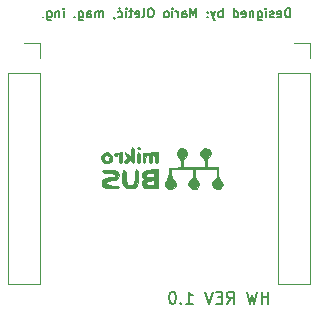
<source format=gbr>
G04 #@! TF.GenerationSoftware,KiCad,Pcbnew,(5.1.2)-2*
G04 #@! TF.CreationDate,2019-12-14T19:53:28+01:00*
G04 #@! TF.ProjectId,IS1212_click,49533132-3132-45f6-936c-69636b2e6b69,rev?*
G04 #@! TF.SameCoordinates,Original*
G04 #@! TF.FileFunction,Legend,Bot*
G04 #@! TF.FilePolarity,Positive*
%FSLAX46Y46*%
G04 Gerber Fmt 4.6, Leading zero omitted, Abs format (unit mm)*
G04 Created by KiCad (PCBNEW (5.1.2)-2) date 2019-12-14 19:53:28*
%MOMM*%
%LPD*%
G04 APERTURE LIST*
%ADD10C,0.150000*%
%ADD11C,0.010000*%
%ADD12C,0.120000*%
G04 APERTURE END LIST*
D10*
X87285285Y-127344714D02*
X87285285Y-126582714D01*
X87103857Y-126582714D01*
X86995000Y-126619000D01*
X86922428Y-126691571D01*
X86886142Y-126764142D01*
X86849857Y-126909285D01*
X86849857Y-127018142D01*
X86886142Y-127163285D01*
X86922428Y-127235857D01*
X86995000Y-127308428D01*
X87103857Y-127344714D01*
X87285285Y-127344714D01*
X86233000Y-127308428D02*
X86305571Y-127344714D01*
X86450714Y-127344714D01*
X86523285Y-127308428D01*
X86559571Y-127235857D01*
X86559571Y-126945571D01*
X86523285Y-126873000D01*
X86450714Y-126836714D01*
X86305571Y-126836714D01*
X86233000Y-126873000D01*
X86196714Y-126945571D01*
X86196714Y-127018142D01*
X86559571Y-127090714D01*
X85906428Y-127308428D02*
X85833857Y-127344714D01*
X85688714Y-127344714D01*
X85616142Y-127308428D01*
X85579857Y-127235857D01*
X85579857Y-127199571D01*
X85616142Y-127127000D01*
X85688714Y-127090714D01*
X85797571Y-127090714D01*
X85870142Y-127054428D01*
X85906428Y-126981857D01*
X85906428Y-126945571D01*
X85870142Y-126873000D01*
X85797571Y-126836714D01*
X85688714Y-126836714D01*
X85616142Y-126873000D01*
X85253285Y-127344714D02*
X85253285Y-126836714D01*
X85253285Y-126582714D02*
X85289571Y-126619000D01*
X85253285Y-126655285D01*
X85217000Y-126619000D01*
X85253285Y-126582714D01*
X85253285Y-126655285D01*
X84563857Y-126836714D02*
X84563857Y-127453571D01*
X84600142Y-127526142D01*
X84636428Y-127562428D01*
X84709000Y-127598714D01*
X84817857Y-127598714D01*
X84890428Y-127562428D01*
X84563857Y-127308428D02*
X84636428Y-127344714D01*
X84781571Y-127344714D01*
X84854142Y-127308428D01*
X84890428Y-127272142D01*
X84926714Y-127199571D01*
X84926714Y-126981857D01*
X84890428Y-126909285D01*
X84854142Y-126873000D01*
X84781571Y-126836714D01*
X84636428Y-126836714D01*
X84563857Y-126873000D01*
X84201000Y-126836714D02*
X84201000Y-127344714D01*
X84201000Y-126909285D02*
X84164714Y-126873000D01*
X84092142Y-126836714D01*
X83983285Y-126836714D01*
X83910714Y-126873000D01*
X83874428Y-126945571D01*
X83874428Y-127344714D01*
X83221285Y-127308428D02*
X83293857Y-127344714D01*
X83439000Y-127344714D01*
X83511571Y-127308428D01*
X83547857Y-127235857D01*
X83547857Y-126945571D01*
X83511571Y-126873000D01*
X83439000Y-126836714D01*
X83293857Y-126836714D01*
X83221285Y-126873000D01*
X83185000Y-126945571D01*
X83185000Y-127018142D01*
X83547857Y-127090714D01*
X82531857Y-127344714D02*
X82531857Y-126582714D01*
X82531857Y-127308428D02*
X82604428Y-127344714D01*
X82749571Y-127344714D01*
X82822142Y-127308428D01*
X82858428Y-127272142D01*
X82894714Y-127199571D01*
X82894714Y-126981857D01*
X82858428Y-126909285D01*
X82822142Y-126873000D01*
X82749571Y-126836714D01*
X82604428Y-126836714D01*
X82531857Y-126873000D01*
X81588428Y-127344714D02*
X81588428Y-126582714D01*
X81588428Y-126873000D02*
X81515857Y-126836714D01*
X81370714Y-126836714D01*
X81298142Y-126873000D01*
X81261857Y-126909285D01*
X81225571Y-126981857D01*
X81225571Y-127199571D01*
X81261857Y-127272142D01*
X81298142Y-127308428D01*
X81370714Y-127344714D01*
X81515857Y-127344714D01*
X81588428Y-127308428D01*
X80971571Y-126836714D02*
X80790142Y-127344714D01*
X80608714Y-126836714D02*
X80790142Y-127344714D01*
X80862714Y-127526142D01*
X80899000Y-127562428D01*
X80971571Y-127598714D01*
X80318428Y-127272142D02*
X80282142Y-127308428D01*
X80318428Y-127344714D01*
X80354714Y-127308428D01*
X80318428Y-127272142D01*
X80318428Y-127344714D01*
X80318428Y-126873000D02*
X80282142Y-126909285D01*
X80318428Y-126945571D01*
X80354714Y-126909285D01*
X80318428Y-126873000D01*
X80318428Y-126945571D01*
X79375000Y-127344714D02*
X79375000Y-126582714D01*
X79121000Y-127127000D01*
X78867000Y-126582714D01*
X78867000Y-127344714D01*
X78177571Y-127344714D02*
X78177571Y-126945571D01*
X78213857Y-126873000D01*
X78286428Y-126836714D01*
X78431571Y-126836714D01*
X78504142Y-126873000D01*
X78177571Y-127308428D02*
X78250142Y-127344714D01*
X78431571Y-127344714D01*
X78504142Y-127308428D01*
X78540428Y-127235857D01*
X78540428Y-127163285D01*
X78504142Y-127090714D01*
X78431571Y-127054428D01*
X78250142Y-127054428D01*
X78177571Y-127018142D01*
X77814714Y-127344714D02*
X77814714Y-126836714D01*
X77814714Y-126981857D02*
X77778428Y-126909285D01*
X77742142Y-126873000D01*
X77669571Y-126836714D01*
X77597000Y-126836714D01*
X77343000Y-127344714D02*
X77343000Y-126836714D01*
X77343000Y-126582714D02*
X77379285Y-126619000D01*
X77343000Y-126655285D01*
X77306714Y-126619000D01*
X77343000Y-126582714D01*
X77343000Y-126655285D01*
X76871285Y-127344714D02*
X76943857Y-127308428D01*
X76980142Y-127272142D01*
X77016428Y-127199571D01*
X77016428Y-126981857D01*
X76980142Y-126909285D01*
X76943857Y-126873000D01*
X76871285Y-126836714D01*
X76762428Y-126836714D01*
X76689857Y-126873000D01*
X76653571Y-126909285D01*
X76617285Y-126981857D01*
X76617285Y-127199571D01*
X76653571Y-127272142D01*
X76689857Y-127308428D01*
X76762428Y-127344714D01*
X76871285Y-127344714D01*
X75565000Y-126582714D02*
X75419857Y-126582714D01*
X75347285Y-126619000D01*
X75274714Y-126691571D01*
X75238428Y-126836714D01*
X75238428Y-127090714D01*
X75274714Y-127235857D01*
X75347285Y-127308428D01*
X75419857Y-127344714D01*
X75565000Y-127344714D01*
X75637571Y-127308428D01*
X75710142Y-127235857D01*
X75746428Y-127090714D01*
X75746428Y-126836714D01*
X75710142Y-126691571D01*
X75637571Y-126619000D01*
X75565000Y-126582714D01*
X74803000Y-127344714D02*
X74875571Y-127308428D01*
X74911857Y-127235857D01*
X74911857Y-126582714D01*
X74222428Y-127308428D02*
X74295000Y-127344714D01*
X74440142Y-127344714D01*
X74512714Y-127308428D01*
X74549000Y-127235857D01*
X74549000Y-126945571D01*
X74512714Y-126873000D01*
X74440142Y-126836714D01*
X74295000Y-126836714D01*
X74222428Y-126873000D01*
X74186142Y-126945571D01*
X74186142Y-127018142D01*
X74549000Y-127090714D01*
X73968428Y-126836714D02*
X73678142Y-126836714D01*
X73859571Y-126582714D02*
X73859571Y-127235857D01*
X73823285Y-127308428D01*
X73750714Y-127344714D01*
X73678142Y-127344714D01*
X73424142Y-127344714D02*
X73424142Y-126836714D01*
X73424142Y-126582714D02*
X73460428Y-126619000D01*
X73424142Y-126655285D01*
X73387857Y-126619000D01*
X73424142Y-126582714D01*
X73424142Y-126655285D01*
X72734714Y-127308428D02*
X72807285Y-127344714D01*
X72952428Y-127344714D01*
X73025000Y-127308428D01*
X73061285Y-127272142D01*
X73097571Y-127199571D01*
X73097571Y-126981857D01*
X73061285Y-126909285D01*
X73025000Y-126873000D01*
X72952428Y-126836714D01*
X72807285Y-126836714D01*
X72734714Y-126873000D01*
X72807285Y-126546428D02*
X72916142Y-126655285D01*
X72371857Y-127308428D02*
X72371857Y-127344714D01*
X72408142Y-127417285D01*
X72444428Y-127453571D01*
X71464714Y-127344714D02*
X71464714Y-126836714D01*
X71464714Y-126909285D02*
X71428428Y-126873000D01*
X71355857Y-126836714D01*
X71247000Y-126836714D01*
X71174428Y-126873000D01*
X71138142Y-126945571D01*
X71138142Y-127344714D01*
X71138142Y-126945571D02*
X71101857Y-126873000D01*
X71029285Y-126836714D01*
X70920428Y-126836714D01*
X70847857Y-126873000D01*
X70811571Y-126945571D01*
X70811571Y-127344714D01*
X70122142Y-127344714D02*
X70122142Y-126945571D01*
X70158428Y-126873000D01*
X70231000Y-126836714D01*
X70376142Y-126836714D01*
X70448714Y-126873000D01*
X70122142Y-127308428D02*
X70194714Y-127344714D01*
X70376142Y-127344714D01*
X70448714Y-127308428D01*
X70485000Y-127235857D01*
X70485000Y-127163285D01*
X70448714Y-127090714D01*
X70376142Y-127054428D01*
X70194714Y-127054428D01*
X70122142Y-127018142D01*
X69432714Y-126836714D02*
X69432714Y-127453571D01*
X69469000Y-127526142D01*
X69505285Y-127562428D01*
X69577857Y-127598714D01*
X69686714Y-127598714D01*
X69759285Y-127562428D01*
X69432714Y-127308428D02*
X69505285Y-127344714D01*
X69650428Y-127344714D01*
X69723000Y-127308428D01*
X69759285Y-127272142D01*
X69795571Y-127199571D01*
X69795571Y-126981857D01*
X69759285Y-126909285D01*
X69723000Y-126873000D01*
X69650428Y-126836714D01*
X69505285Y-126836714D01*
X69432714Y-126873000D01*
X69069857Y-127272142D02*
X69033571Y-127308428D01*
X69069857Y-127344714D01*
X69106142Y-127308428D01*
X69069857Y-127272142D01*
X69069857Y-127344714D01*
X68126428Y-127344714D02*
X68126428Y-126836714D01*
X68126428Y-126582714D02*
X68162714Y-126619000D01*
X68126428Y-126655285D01*
X68090142Y-126619000D01*
X68126428Y-126582714D01*
X68126428Y-126655285D01*
X67763571Y-126836714D02*
X67763571Y-127344714D01*
X67763571Y-126909285D02*
X67727285Y-126873000D01*
X67654714Y-126836714D01*
X67545857Y-126836714D01*
X67473285Y-126873000D01*
X67437000Y-126945571D01*
X67437000Y-127344714D01*
X66747571Y-126836714D02*
X66747571Y-127453571D01*
X66783857Y-127526142D01*
X66820142Y-127562428D01*
X66892714Y-127598714D01*
X67001571Y-127598714D01*
X67074142Y-127562428D01*
X66747571Y-127308428D02*
X66820142Y-127344714D01*
X66965285Y-127344714D01*
X67037857Y-127308428D01*
X67074142Y-127272142D01*
X67110428Y-127199571D01*
X67110428Y-126981857D01*
X67074142Y-126909285D01*
X67037857Y-126873000D01*
X66965285Y-126836714D01*
X66820142Y-126836714D01*
X66747571Y-126873000D01*
X66384714Y-127272142D02*
X66348428Y-127308428D01*
X66384714Y-127344714D01*
X66421000Y-127308428D01*
X66384714Y-127272142D01*
X66384714Y-127344714D01*
X85470476Y-151582380D02*
X85470476Y-150582380D01*
X85470476Y-151058571D02*
X84899047Y-151058571D01*
X84899047Y-151582380D02*
X84899047Y-150582380D01*
X84518095Y-150582380D02*
X84280000Y-151582380D01*
X84089523Y-150868095D01*
X83899047Y-151582380D01*
X83660952Y-150582380D01*
X81946666Y-151582380D02*
X82280000Y-151106190D01*
X82518095Y-151582380D02*
X82518095Y-150582380D01*
X82137142Y-150582380D01*
X82041904Y-150630000D01*
X81994285Y-150677619D01*
X81946666Y-150772857D01*
X81946666Y-150915714D01*
X81994285Y-151010952D01*
X82041904Y-151058571D01*
X82137142Y-151106190D01*
X82518095Y-151106190D01*
X81518095Y-151058571D02*
X81184761Y-151058571D01*
X81041904Y-151582380D02*
X81518095Y-151582380D01*
X81518095Y-150582380D01*
X81041904Y-150582380D01*
X80756190Y-150582380D02*
X80422857Y-151582380D01*
X80089523Y-150582380D01*
X78470476Y-151582380D02*
X79041904Y-151582380D01*
X78756190Y-151582380D02*
X78756190Y-150582380D01*
X78851428Y-150725238D01*
X78946666Y-150820476D01*
X79041904Y-150868095D01*
X78041904Y-151487142D02*
X77994285Y-151534761D01*
X78041904Y-151582380D01*
X78089523Y-151534761D01*
X78041904Y-151487142D01*
X78041904Y-151582380D01*
X77375238Y-150582380D02*
X77280000Y-150582380D01*
X77184761Y-150630000D01*
X77137142Y-150677619D01*
X77089523Y-150772857D01*
X77041904Y-150963333D01*
X77041904Y-151201428D01*
X77089523Y-151391904D01*
X77137142Y-151487142D01*
X77184761Y-151534761D01*
X77280000Y-151582380D01*
X77375238Y-151582380D01*
X77470476Y-151534761D01*
X77518095Y-151487142D01*
X77565714Y-151391904D01*
X77613333Y-151201428D01*
X77613333Y-150963333D01*
X77565714Y-150772857D01*
X77518095Y-150677619D01*
X77470476Y-150630000D01*
X77375238Y-150582380D01*
D11*
G36*
X78062996Y-138389454D02*
G01*
X77935667Y-138464547D01*
X77771299Y-138652315D01*
X77720079Y-138886567D01*
X77785496Y-139105737D01*
X77893333Y-139211649D01*
X78013168Y-139343996D01*
X78060049Y-139571781D01*
X78062667Y-139673808D01*
X78062667Y-140030216D01*
X77575833Y-140055608D01*
X77089000Y-140081000D01*
X77062380Y-140503121D01*
X76997270Y-140870962D01*
X76871880Y-141077919D01*
X76737753Y-141293710D01*
X76726071Y-141533060D01*
X76820453Y-141745172D01*
X77004522Y-141879253D01*
X77137381Y-141901333D01*
X77329167Y-141836320D01*
X77514260Y-141681528D01*
X77628146Y-141497327D01*
X77639333Y-141431624D01*
X77581181Y-141287741D01*
X77439964Y-141116032D01*
X77427667Y-141104415D01*
X77272962Y-140901444D01*
X77217806Y-140637989D01*
X77216000Y-140558124D01*
X77216000Y-140208000D01*
X79078667Y-140208000D01*
X79078667Y-140558124D01*
X79042638Y-140847416D01*
X78914271Y-141057620D01*
X78867000Y-141104415D01*
X78721645Y-141275128D01*
X78655689Y-141423681D01*
X78655334Y-141431624D01*
X78724809Y-141611090D01*
X78890227Y-141784294D01*
X79087072Y-141890864D01*
X79157286Y-141901333D01*
X79385519Y-141832067D01*
X79530193Y-141658102D01*
X79574899Y-141430187D01*
X79503229Y-141199072D01*
X79417333Y-141097000D01*
X79289834Y-140899761D01*
X79248096Y-140595453D01*
X79248000Y-140575878D01*
X79248000Y-140208000D01*
X81110667Y-140208000D01*
X81110667Y-140555648D01*
X81080910Y-140824858D01*
X80971368Y-141005954D01*
X80899000Y-141069793D01*
X80726740Y-141288679D01*
X80703164Y-141530384D01*
X80831831Y-141751607D01*
X80842167Y-141761211D01*
X81084219Y-141887614D01*
X81329317Y-141858153D01*
X81478545Y-141746500D01*
X81605682Y-141504302D01*
X81569101Y-141260605D01*
X81407000Y-141069793D01*
X81275340Y-140935429D01*
X81212242Y-140762975D01*
X81195365Y-140489222D01*
X81195333Y-140470981D01*
X81195333Y-140038667D01*
X80264000Y-140038667D01*
X80264000Y-139676483D01*
X80300782Y-139373487D01*
X80421204Y-139180069D01*
X80433333Y-139169312D01*
X80581238Y-138949586D01*
X80580337Y-138707863D01*
X80434015Y-138496386D01*
X80387532Y-138462275D01*
X80133677Y-138379679D01*
X79901189Y-138446002D01*
X79736215Y-138642653D01*
X79703182Y-138737964D01*
X79691687Y-138927605D01*
X79791691Y-139087400D01*
X79870180Y-139160115D01*
X80031506Y-139349956D01*
X80091321Y-139589755D01*
X80094667Y-139695939D01*
X80094667Y-140038667D01*
X78232000Y-140038667D01*
X78232000Y-139678033D01*
X78258387Y-139408217D01*
X78349864Y-139250307D01*
X78401333Y-139211649D01*
X78545095Y-139035768D01*
X78569935Y-138804451D01*
X78479340Y-138579262D01*
X78359000Y-138464547D01*
X78193291Y-138374965D01*
X78062996Y-138389454D01*
X78062996Y-138389454D01*
G37*
X78062996Y-138389454D02*
X77935667Y-138464547D01*
X77771299Y-138652315D01*
X77720079Y-138886567D01*
X77785496Y-139105737D01*
X77893333Y-139211649D01*
X78013168Y-139343996D01*
X78060049Y-139571781D01*
X78062667Y-139673808D01*
X78062667Y-140030216D01*
X77575833Y-140055608D01*
X77089000Y-140081000D01*
X77062380Y-140503121D01*
X76997270Y-140870962D01*
X76871880Y-141077919D01*
X76737753Y-141293710D01*
X76726071Y-141533060D01*
X76820453Y-141745172D01*
X77004522Y-141879253D01*
X77137381Y-141901333D01*
X77329167Y-141836320D01*
X77514260Y-141681528D01*
X77628146Y-141497327D01*
X77639333Y-141431624D01*
X77581181Y-141287741D01*
X77439964Y-141116032D01*
X77427667Y-141104415D01*
X77272962Y-140901444D01*
X77217806Y-140637989D01*
X77216000Y-140558124D01*
X77216000Y-140208000D01*
X79078667Y-140208000D01*
X79078667Y-140558124D01*
X79042638Y-140847416D01*
X78914271Y-141057620D01*
X78867000Y-141104415D01*
X78721645Y-141275128D01*
X78655689Y-141423681D01*
X78655334Y-141431624D01*
X78724809Y-141611090D01*
X78890227Y-141784294D01*
X79087072Y-141890864D01*
X79157286Y-141901333D01*
X79385519Y-141832067D01*
X79530193Y-141658102D01*
X79574899Y-141430187D01*
X79503229Y-141199072D01*
X79417333Y-141097000D01*
X79289834Y-140899761D01*
X79248096Y-140595453D01*
X79248000Y-140575878D01*
X79248000Y-140208000D01*
X81110667Y-140208000D01*
X81110667Y-140555648D01*
X81080910Y-140824858D01*
X80971368Y-141005954D01*
X80899000Y-141069793D01*
X80726740Y-141288679D01*
X80703164Y-141530384D01*
X80831831Y-141751607D01*
X80842167Y-141761211D01*
X81084219Y-141887614D01*
X81329317Y-141858153D01*
X81478545Y-141746500D01*
X81605682Y-141504302D01*
X81569101Y-141260605D01*
X81407000Y-141069793D01*
X81275340Y-140935429D01*
X81212242Y-140762975D01*
X81195365Y-140489222D01*
X81195333Y-140470981D01*
X81195333Y-140038667D01*
X80264000Y-140038667D01*
X80264000Y-139676483D01*
X80300782Y-139373487D01*
X80421204Y-139180069D01*
X80433333Y-139169312D01*
X80581238Y-138949586D01*
X80580337Y-138707863D01*
X80434015Y-138496386D01*
X80387532Y-138462275D01*
X80133677Y-138379679D01*
X79901189Y-138446002D01*
X79736215Y-138642653D01*
X79703182Y-138737964D01*
X79691687Y-138927605D01*
X79791691Y-139087400D01*
X79870180Y-139160115D01*
X80031506Y-139349956D01*
X80091321Y-139589755D01*
X80094667Y-139695939D01*
X80094667Y-140038667D01*
X78232000Y-140038667D01*
X78232000Y-139678033D01*
X78258387Y-139408217D01*
X78349864Y-139250307D01*
X78401333Y-139211649D01*
X78545095Y-139035768D01*
X78569935Y-138804451D01*
X78479340Y-138579262D01*
X78359000Y-138464547D01*
X78193291Y-138374965D01*
X78062996Y-138389454D01*
G36*
X75241530Y-140241862D02*
G01*
X74933313Y-140343545D01*
X74779648Y-140513196D01*
X74760667Y-140622682D01*
X74792612Y-140827558D01*
X74852711Y-140943510D01*
X74898966Y-141045710D01*
X74852711Y-141092440D01*
X74779639Y-141221628D01*
X74765363Y-141427763D01*
X74808633Y-141629461D01*
X74862267Y-141715067D01*
X75001840Y-141770479D01*
X75264217Y-141806479D01*
X75539600Y-141816667D01*
X76115333Y-141816667D01*
X76115333Y-141351000D01*
X75776667Y-141351000D01*
X75760772Y-141494971D01*
X75680363Y-141550825D01*
X75486357Y-141548803D01*
X75459167Y-141546611D01*
X75243111Y-141509296D01*
X75152987Y-141428425D01*
X75141667Y-141351000D01*
X75178103Y-141232754D01*
X75315751Y-141173296D01*
X75459167Y-141155389D01*
X75667057Y-141149292D01*
X75756501Y-141198083D01*
X75776584Y-141332005D01*
X75776667Y-141351000D01*
X76115333Y-141351000D01*
X76115333Y-140716000D01*
X75776667Y-140716000D01*
X75748267Y-140826784D01*
X75633478Y-140875746D01*
X75438000Y-140885333D01*
X75216432Y-140871133D01*
X75118508Y-140813739D01*
X75099333Y-140716000D01*
X75127734Y-140605216D01*
X75242523Y-140556254D01*
X75438000Y-140546667D01*
X75659568Y-140560867D01*
X75757493Y-140618261D01*
X75776667Y-140716000D01*
X76115333Y-140716000D01*
X76115333Y-140208000D01*
X75704634Y-140208000D01*
X75241530Y-140241862D01*
X75241530Y-140241862D01*
G37*
X75241530Y-140241862D02*
X74933313Y-140343545D01*
X74779648Y-140513196D01*
X74760667Y-140622682D01*
X74792612Y-140827558D01*
X74852711Y-140943510D01*
X74898966Y-141045710D01*
X74852711Y-141092440D01*
X74779639Y-141221628D01*
X74765363Y-141427763D01*
X74808633Y-141629461D01*
X74862267Y-141715067D01*
X75001840Y-141770479D01*
X75264217Y-141806479D01*
X75539600Y-141816667D01*
X76115333Y-141816667D01*
X76115333Y-141351000D01*
X75776667Y-141351000D01*
X75760772Y-141494971D01*
X75680363Y-141550825D01*
X75486357Y-141548803D01*
X75459167Y-141546611D01*
X75243111Y-141509296D01*
X75152987Y-141428425D01*
X75141667Y-141351000D01*
X75178103Y-141232754D01*
X75315751Y-141173296D01*
X75459167Y-141155389D01*
X75667057Y-141149292D01*
X75756501Y-141198083D01*
X75776584Y-141332005D01*
X75776667Y-141351000D01*
X76115333Y-141351000D01*
X76115333Y-140716000D01*
X75776667Y-140716000D01*
X75748267Y-140826784D01*
X75633478Y-140875746D01*
X75438000Y-140885333D01*
X75216432Y-140871133D01*
X75118508Y-140813739D01*
X75099333Y-140716000D01*
X75127734Y-140605216D01*
X75242523Y-140556254D01*
X75438000Y-140546667D01*
X75659568Y-140560867D01*
X75757493Y-140618261D01*
X75776667Y-140716000D01*
X76115333Y-140716000D01*
X76115333Y-140208000D01*
X75704634Y-140208000D01*
X75241530Y-140241862D01*
G36*
X74222841Y-140245557D02*
G01*
X74183233Y-140379382D01*
X74168634Y-140641200D01*
X74168000Y-140742151D01*
X74144039Y-141143938D01*
X74065158Y-141400339D01*
X73920865Y-141529370D01*
X73700665Y-141549045D01*
X73698158Y-141548763D01*
X73570745Y-141527581D01*
X73493358Y-141475167D01*
X73449613Y-141354316D01*
X73423125Y-141127823D01*
X73406000Y-140885333D01*
X73375166Y-140544632D01*
X73333794Y-140345312D01*
X73274436Y-140259449D01*
X73236667Y-140250333D01*
X73164463Y-140290600D01*
X73118495Y-140430998D01*
X73091050Y-140700921D01*
X73084434Y-140830489D01*
X73086908Y-141259402D01*
X73148949Y-141548498D01*
X73286370Y-141721545D01*
X73514985Y-141802310D01*
X73740571Y-141816667D01*
X74073940Y-141783907D01*
X74281192Y-141690991D01*
X74288953Y-141683619D01*
X74360307Y-141536465D01*
X74407623Y-141292095D01*
X74430715Y-140996215D01*
X74429394Y-140694533D01*
X74403475Y-140432754D01*
X74352768Y-140256587D01*
X74295000Y-140208000D01*
X74222841Y-140245557D01*
X74222841Y-140245557D01*
G37*
X74222841Y-140245557D02*
X74183233Y-140379382D01*
X74168634Y-140641200D01*
X74168000Y-140742151D01*
X74144039Y-141143938D01*
X74065158Y-141400339D01*
X73920865Y-141529370D01*
X73700665Y-141549045D01*
X73698158Y-141548763D01*
X73570745Y-141527581D01*
X73493358Y-141475167D01*
X73449613Y-141354316D01*
X73423125Y-141127823D01*
X73406000Y-140885333D01*
X73375166Y-140544632D01*
X73333794Y-140345312D01*
X73274436Y-140259449D01*
X73236667Y-140250333D01*
X73164463Y-140290600D01*
X73118495Y-140430998D01*
X73091050Y-140700921D01*
X73084434Y-140830489D01*
X73086908Y-141259402D01*
X73148949Y-141548498D01*
X73286370Y-141721545D01*
X73514985Y-141802310D01*
X73740571Y-141816667D01*
X74073940Y-141783907D01*
X74281192Y-141690991D01*
X74288953Y-141683619D01*
X74360307Y-141536465D01*
X74407623Y-141292095D01*
X74430715Y-140996215D01*
X74429394Y-140694533D01*
X74403475Y-140432754D01*
X74352768Y-140256587D01*
X74295000Y-140208000D01*
X74222841Y-140245557D01*
G36*
X71882000Y-140228421D02*
G01*
X71596724Y-140254947D01*
X71451350Y-140306314D01*
X71416333Y-140377333D01*
X71459886Y-140452883D01*
X71610053Y-140499973D01*
X71896102Y-140527023D01*
X71945500Y-140529540D01*
X72237931Y-140550117D01*
X72398471Y-140585502D01*
X72464555Y-140649172D01*
X72474667Y-140720040D01*
X72450171Y-140820914D01*
X72348818Y-140870254D01*
X72128809Y-140885032D01*
X72067516Y-140885333D01*
X71689669Y-140927145D01*
X71454418Y-141054800D01*
X71356490Y-141271622D01*
X71352833Y-141336175D01*
X71380186Y-141559507D01*
X71480597Y-141703148D01*
X71681599Y-141782791D01*
X72010724Y-141814132D01*
X72195756Y-141816667D01*
X72535696Y-141808612D01*
X72728252Y-141781932D01*
X72794722Y-141732849D01*
X72792533Y-141710833D01*
X72689111Y-141642811D01*
X72451507Y-141594562D01*
X72273150Y-141579479D01*
X71954673Y-141544766D01*
X71781213Y-141478226D01*
X71738335Y-141422767D01*
X71751038Y-141273841D01*
X71918546Y-141178734D01*
X72233933Y-141141094D01*
X72273800Y-141140630D01*
X72584078Y-141095596D01*
X72757247Y-140957348D01*
X72803088Y-140716915D01*
X72798285Y-140659582D01*
X72696899Y-140425084D01*
X72456002Y-140280833D01*
X72073377Y-140225785D01*
X71882000Y-140228421D01*
X71882000Y-140228421D01*
G37*
X71882000Y-140228421D02*
X71596724Y-140254947D01*
X71451350Y-140306314D01*
X71416333Y-140377333D01*
X71459886Y-140452883D01*
X71610053Y-140499973D01*
X71896102Y-140527023D01*
X71945500Y-140529540D01*
X72237931Y-140550117D01*
X72398471Y-140585502D01*
X72464555Y-140649172D01*
X72474667Y-140720040D01*
X72450171Y-140820914D01*
X72348818Y-140870254D01*
X72128809Y-140885032D01*
X72067516Y-140885333D01*
X71689669Y-140927145D01*
X71454418Y-141054800D01*
X71356490Y-141271622D01*
X71352833Y-141336175D01*
X71380186Y-141559507D01*
X71480597Y-141703148D01*
X71681599Y-141782791D01*
X72010724Y-141814132D01*
X72195756Y-141816667D01*
X72535696Y-141808612D01*
X72728252Y-141781932D01*
X72794722Y-141732849D01*
X72792533Y-141710833D01*
X72689111Y-141642811D01*
X72451507Y-141594562D01*
X72273150Y-141579479D01*
X71954673Y-141544766D01*
X71781213Y-141478226D01*
X71738335Y-141422767D01*
X71751038Y-141273841D01*
X71918546Y-141178734D01*
X72233933Y-141141094D01*
X72273800Y-141140630D01*
X72584078Y-141095596D01*
X72757247Y-140957348D01*
X72803088Y-140716915D01*
X72798285Y-140659582D01*
X72696899Y-140425084D01*
X72456002Y-140280833D01*
X72073377Y-140225785D01*
X71882000Y-140228421D01*
G36*
X74887667Y-138811000D02*
G01*
X74862076Y-139255500D01*
X74861789Y-139513991D01*
X74891212Y-139671458D01*
X74920707Y-139700000D01*
X74977687Y-139624521D01*
X75021222Y-139434767D01*
X75030965Y-139340897D01*
X75072272Y-139088456D01*
X75158043Y-138970184D01*
X75205167Y-138953689D01*
X75297168Y-138963547D01*
X75341359Y-139064213D01*
X75353302Y-139293408D01*
X75353333Y-139312792D01*
X75369443Y-139566160D01*
X75424383Y-139682926D01*
X75480333Y-139700000D01*
X75564041Y-139650138D01*
X75602170Y-139480597D01*
X75607333Y-139319000D01*
X75623954Y-139067878D01*
X75680468Y-138953492D01*
X75734333Y-138938000D01*
X75818041Y-138987862D01*
X75856170Y-139157403D01*
X75861333Y-139319000D01*
X75877954Y-139570122D01*
X75934468Y-139684508D01*
X75988333Y-139700000D01*
X76064657Y-139658463D01*
X76104111Y-139512567D01*
X76115333Y-139230624D01*
X76115333Y-138761248D01*
X74887667Y-138811000D01*
X74887667Y-138811000D01*
G37*
X74887667Y-138811000D02*
X74862076Y-139255500D01*
X74861789Y-139513991D01*
X74891212Y-139671458D01*
X74920707Y-139700000D01*
X74977687Y-139624521D01*
X75021222Y-139434767D01*
X75030965Y-139340897D01*
X75072272Y-139088456D01*
X75158043Y-138970184D01*
X75205167Y-138953689D01*
X75297168Y-138963547D01*
X75341359Y-139064213D01*
X75353302Y-139293408D01*
X75353333Y-139312792D01*
X75369443Y-139566160D01*
X75424383Y-139682926D01*
X75480333Y-139700000D01*
X75564041Y-139650138D01*
X75602170Y-139480597D01*
X75607333Y-139319000D01*
X75623954Y-139067878D01*
X75680468Y-138953492D01*
X75734333Y-138938000D01*
X75818041Y-138987862D01*
X75856170Y-139157403D01*
X75861333Y-139319000D01*
X75877954Y-139570122D01*
X75934468Y-139684508D01*
X75988333Y-139700000D01*
X76064657Y-139658463D01*
X76104111Y-139512567D01*
X76115333Y-139230624D01*
X76115333Y-138761248D01*
X74887667Y-138811000D01*
G36*
X74387745Y-138810473D02*
G01*
X74348314Y-138957170D01*
X74337333Y-139234333D01*
X74348735Y-139515158D01*
X74388743Y-139659738D01*
X74464333Y-139700000D01*
X74540922Y-139658193D01*
X74580353Y-139511497D01*
X74591333Y-139234333D01*
X74579932Y-138953508D01*
X74539924Y-138808928D01*
X74464333Y-138768667D01*
X74387745Y-138810473D01*
X74387745Y-138810473D01*
G37*
X74387745Y-138810473D02*
X74348314Y-138957170D01*
X74337333Y-139234333D01*
X74348735Y-139515158D01*
X74388743Y-139659738D01*
X74464333Y-139700000D01*
X74540922Y-139658193D01*
X74580353Y-139511497D01*
X74591333Y-139234333D01*
X74579932Y-138953508D01*
X74539924Y-138808928D01*
X74464333Y-138768667D01*
X74387745Y-138810473D01*
G36*
X73874040Y-138393469D02*
G01*
X73835535Y-138558284D01*
X73829333Y-138741092D01*
X73829333Y-139136850D01*
X73633377Y-138952758D01*
X73443147Y-138804621D01*
X73327007Y-138770010D01*
X73306684Y-138843498D01*
X73398059Y-139011514D01*
X73508515Y-139178418D01*
X73521258Y-139276662D01*
X73437295Y-139375166D01*
X73403824Y-139405636D01*
X73278728Y-139543065D01*
X73236667Y-139628455D01*
X73290125Y-139701550D01*
X73418870Y-139674546D01*
X73575462Y-139564013D01*
X73647525Y-139484963D01*
X73764637Y-139343679D01*
X73816295Y-139330174D01*
X73841483Y-139438937D01*
X73844170Y-139457164D01*
X73908378Y-139620526D01*
X73977500Y-139679257D01*
X74033001Y-139650889D01*
X74066552Y-139507001D01*
X74081633Y-139226238D01*
X74083333Y-139029722D01*
X74077452Y-138680122D01*
X74056099Y-138469593D01*
X74013714Y-138368162D01*
X73956333Y-138345333D01*
X73874040Y-138393469D01*
X73874040Y-138393469D01*
G37*
X73874040Y-138393469D02*
X73835535Y-138558284D01*
X73829333Y-138741092D01*
X73829333Y-139136850D01*
X73633377Y-138952758D01*
X73443147Y-138804621D01*
X73327007Y-138770010D01*
X73306684Y-138843498D01*
X73398059Y-139011514D01*
X73508515Y-139178418D01*
X73521258Y-139276662D01*
X73437295Y-139375166D01*
X73403824Y-139405636D01*
X73278728Y-139543065D01*
X73236667Y-139628455D01*
X73290125Y-139701550D01*
X73418870Y-139674546D01*
X73575462Y-139564013D01*
X73647525Y-139484963D01*
X73764637Y-139343679D01*
X73816295Y-139330174D01*
X73841483Y-139438937D01*
X73844170Y-139457164D01*
X73908378Y-139620526D01*
X73977500Y-139679257D01*
X74033001Y-139650889D01*
X74066552Y-139507001D01*
X74081633Y-139226238D01*
X74083333Y-139029722D01*
X74077452Y-138680122D01*
X74056099Y-138469593D01*
X74013714Y-138368162D01*
X73956333Y-138345333D01*
X73874040Y-138393469D01*
G36*
X72750538Y-138784722D02*
G01*
X72509231Y-138836673D01*
X72408399Y-138947079D01*
X72405663Y-138959167D01*
X72438563Y-139085202D01*
X72510792Y-139107333D01*
X72627392Y-139063480D01*
X72644000Y-139022667D01*
X72708429Y-138940460D01*
X72728667Y-138938000D01*
X72779160Y-139013674D01*
X72809449Y-139205138D01*
X72813333Y-139319000D01*
X72829954Y-139570122D01*
X72886468Y-139684508D01*
X72940333Y-139700000D01*
X73016558Y-139658564D01*
X73056020Y-139512967D01*
X73067333Y-139231277D01*
X73067333Y-138758445D01*
X72750538Y-138784722D01*
X72750538Y-138784722D01*
G37*
X72750538Y-138784722D02*
X72509231Y-138836673D01*
X72408399Y-138947079D01*
X72405663Y-138959167D01*
X72438563Y-139085202D01*
X72510792Y-139107333D01*
X72627392Y-139063480D01*
X72644000Y-139022667D01*
X72708429Y-138940460D01*
X72728667Y-138938000D01*
X72779160Y-139013674D01*
X72809449Y-139205138D01*
X72813333Y-139319000D01*
X72829954Y-139570122D01*
X72886468Y-139684508D01*
X72940333Y-139700000D01*
X73016558Y-139658564D01*
X73056020Y-139512967D01*
X73067333Y-139231277D01*
X73067333Y-138758445D01*
X72750538Y-138784722D01*
G36*
X71530313Y-138833681D02*
G01*
X71355884Y-138998672D01*
X71289601Y-139218565D01*
X71351339Y-139448281D01*
X71444167Y-139559878D01*
X71665683Y-139675204D01*
X71913636Y-139687721D01*
X72114328Y-139596059D01*
X72136217Y-139572739D01*
X72219745Y-139389791D01*
X72241833Y-139234333D01*
X72231741Y-139192472D01*
X72024073Y-139192472D01*
X71994025Y-139366752D01*
X71972557Y-139396570D01*
X71843727Y-139514061D01*
X71715625Y-139498917D01*
X71641759Y-139456295D01*
X71556182Y-139324083D01*
X71564257Y-139152107D01*
X71649629Y-139015210D01*
X71745773Y-138980333D01*
X71930317Y-139043467D01*
X72024073Y-139192472D01*
X72231741Y-139192472D01*
X72176289Y-138962473D01*
X71990345Y-138803668D01*
X71793014Y-138768666D01*
X71530313Y-138833681D01*
X71530313Y-138833681D01*
G37*
X71530313Y-138833681D02*
X71355884Y-138998672D01*
X71289601Y-139218565D01*
X71351339Y-139448281D01*
X71444167Y-139559878D01*
X71665683Y-139675204D01*
X71913636Y-139687721D01*
X72114328Y-139596059D01*
X72136217Y-139572739D01*
X72219745Y-139389791D01*
X72241833Y-139234333D01*
X72231741Y-139192472D01*
X72024073Y-139192472D01*
X71994025Y-139366752D01*
X71972557Y-139396570D01*
X71843727Y-139514061D01*
X71715625Y-139498917D01*
X71641759Y-139456295D01*
X71556182Y-139324083D01*
X71564257Y-139152107D01*
X71649629Y-139015210D01*
X71745773Y-138980333D01*
X71930317Y-139043467D01*
X72024073Y-139192472D01*
X72231741Y-139192472D01*
X72176289Y-138962473D01*
X71990345Y-138803668D01*
X71793014Y-138768666D01*
X71530313Y-138833681D01*
G36*
X74351662Y-138391051D02*
G01*
X74337333Y-138430000D01*
X74405910Y-138505114D01*
X74464333Y-138514667D01*
X74577005Y-138468949D01*
X74591333Y-138430000D01*
X74522757Y-138354885D01*
X74464333Y-138345333D01*
X74351662Y-138391051D01*
X74351662Y-138391051D01*
G37*
X74351662Y-138391051D02*
X74337333Y-138430000D01*
X74405910Y-138505114D01*
X74464333Y-138514667D01*
X74577005Y-138468949D01*
X74591333Y-138430000D01*
X74522757Y-138354885D01*
X74464333Y-138345333D01*
X74351662Y-138391051D01*
D12*
X66100000Y-149920000D02*
X63440000Y-149920000D01*
X66100000Y-132080000D02*
X66100000Y-149920000D01*
X63440000Y-132080000D02*
X63440000Y-149920000D01*
X66100000Y-132080000D02*
X63440000Y-132080000D01*
X66100000Y-130810000D02*
X66100000Y-129480000D01*
X66100000Y-129480000D02*
X64770000Y-129480000D01*
X88960000Y-129480000D02*
X87630000Y-129480000D01*
X88960000Y-130810000D02*
X88960000Y-129480000D01*
X88960000Y-132080000D02*
X86300000Y-132080000D01*
X86300000Y-132080000D02*
X86300000Y-149920000D01*
X88960000Y-132080000D02*
X88960000Y-149920000D01*
X88960000Y-149920000D02*
X86300000Y-149920000D01*
M02*

</source>
